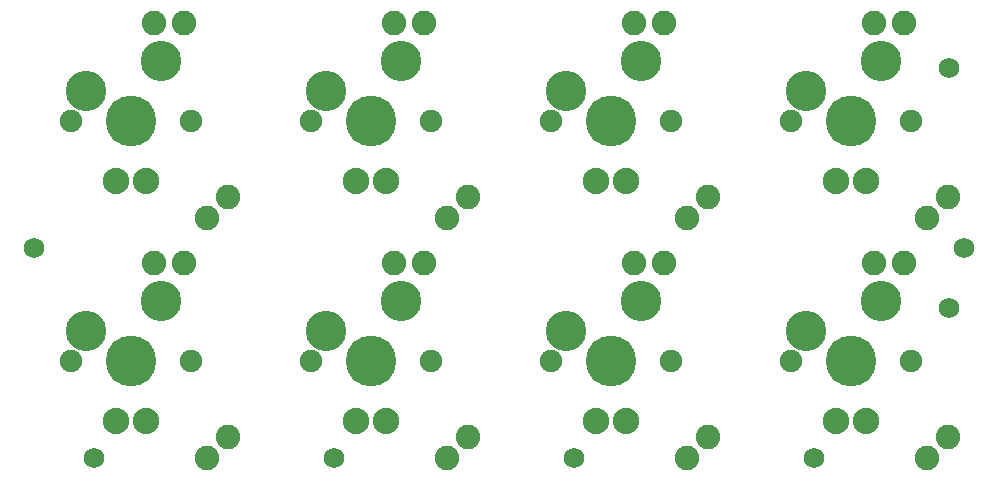
<source format=gbr>
G04 EAGLE Gerber RS-274X export*
G75*
%MOMM*%
%FSLAX34Y34*%
%LPD*%
%INSoldermask Top*%
%IPPOS*%
%AMOC8*
5,1,8,0,0,1.08239X$1,22.5*%
G01*
%ADD10C,4.292600*%
%ADD11C,1.910081*%
%ADD12C,2.235200*%
%ADD13C,3.429000*%
%ADD14C,2.082800*%
%ADD15C,1.727200*%


D10*
X95250Y95250D03*
D11*
X44450Y95250D03*
X146050Y95250D03*
D12*
X82550Y44450D03*
X107950Y44450D03*
D13*
X57150Y120650D03*
X120650Y146050D03*
D14*
X159385Y12700D03*
X177346Y30661D03*
X114300Y177800D03*
X139700Y177800D03*
D10*
X298450Y95250D03*
D11*
X247650Y95250D03*
X349250Y95250D03*
D12*
X285750Y44450D03*
X311150Y44450D03*
D13*
X260350Y120650D03*
X323850Y146050D03*
D14*
X362585Y12700D03*
X380546Y30661D03*
X317500Y177800D03*
X342900Y177800D03*
D10*
X501650Y95250D03*
D11*
X450850Y95250D03*
X552450Y95250D03*
D12*
X488950Y44450D03*
X514350Y44450D03*
D13*
X463550Y120650D03*
X527050Y146050D03*
D14*
X565785Y12700D03*
X583746Y30661D03*
X520700Y177800D03*
X546100Y177800D03*
D10*
X704850Y95250D03*
D11*
X654050Y95250D03*
X755650Y95250D03*
D12*
X692150Y44450D03*
X717550Y44450D03*
D13*
X666750Y120650D03*
X730250Y146050D03*
D14*
X768985Y12700D03*
X786946Y30661D03*
X723900Y177800D03*
X749300Y177800D03*
D10*
X95250Y298450D03*
D11*
X44450Y298450D03*
X146050Y298450D03*
D12*
X82550Y247650D03*
X107950Y247650D03*
D13*
X57150Y323850D03*
X120650Y349250D03*
D14*
X159385Y215900D03*
X177346Y233861D03*
X114300Y381000D03*
X139700Y381000D03*
D10*
X298450Y298450D03*
D11*
X247650Y298450D03*
X349250Y298450D03*
D12*
X285750Y247650D03*
X311150Y247650D03*
D13*
X260350Y323850D03*
X323850Y349250D03*
D14*
X362585Y215900D03*
X380546Y233861D03*
X317500Y381000D03*
X342900Y381000D03*
D10*
X501650Y298450D03*
D11*
X450850Y298450D03*
X552450Y298450D03*
D12*
X488950Y247650D03*
X514350Y247650D03*
D13*
X463550Y323850D03*
X527050Y349250D03*
D14*
X565785Y215900D03*
X583746Y233861D03*
X520700Y381000D03*
X546100Y381000D03*
D10*
X704850Y298450D03*
D11*
X654050Y298450D03*
X755650Y298450D03*
D12*
X692150Y247650D03*
X717550Y247650D03*
D13*
X666750Y323850D03*
X730250Y349250D03*
D14*
X768985Y215900D03*
X786946Y233861D03*
X723900Y381000D03*
X749300Y381000D03*
D15*
X800100Y190500D03*
X12700Y190500D03*
X787400Y139700D03*
X63500Y12700D03*
X266700Y12700D03*
X469900Y12700D03*
X673100Y12700D03*
X787400Y342900D03*
M02*

</source>
